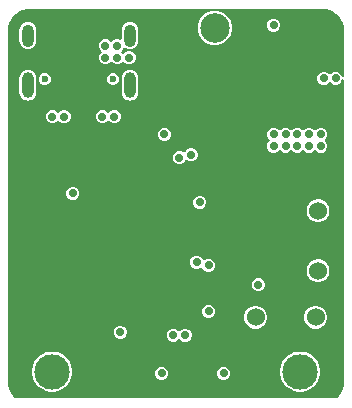
<source format=gbr>
%TF.GenerationSoftware,Altium Limited,Altium Designer,22.7.1 (60)*%
G04 Layer_Physical_Order=2*
G04 Layer_Color=36540*
%FSLAX45Y45*%
%MOMM*%
%TF.SameCoordinates,889419F2-2602-4259-AB3C-8922443444C0*%
%TF.FilePolarity,Positive*%
%TF.FileFunction,Copper,L2,Inr,Signal*%
%TF.Part,Single*%
G01*
G75*
%TA.AperFunction,ComponentPad*%
%ADD46C,0.60000*%
%ADD47O,1.00000X2.20000*%
%ADD48O,1.00000X1.90000*%
%TA.AperFunction,WasherPad*%
%ADD49C,3.00000*%
%TA.AperFunction,ComponentPad*%
%ADD50C,1.52400*%
%ADD51C,2.50000*%
%TA.AperFunction,ViaPad*%
%ADD52C,0.70000*%
G36*
X2749416Y3862903D02*
X2780247Y3850132D01*
X2807995Y3831592D01*
X2831592Y3807994D01*
X2850132Y3780248D01*
X2862903Y3749416D01*
X2869414Y3716685D01*
Y3700000D01*
Y3297300D01*
X2857257Y3295988D01*
X2848884Y3316202D01*
X2833412Y3331674D01*
X2813198Y3340047D01*
X2791318D01*
X2771103Y3331674D01*
X2760554Y3321125D01*
X2752258Y3317626D01*
X2743961Y3321125D01*
X2733413Y3331674D01*
X2713198Y3340047D01*
X2691318D01*
X2671103Y3331674D01*
X2655631Y3316202D01*
X2647258Y3295987D01*
Y3274107D01*
X2655631Y3253892D01*
X2671103Y3238421D01*
X2691318Y3230047D01*
X2713198D01*
X2733413Y3238421D01*
X2743961Y3248969D01*
X2752258Y3252469D01*
X2760554Y3248969D01*
X2771103Y3238421D01*
X2791318Y3230047D01*
X2813198D01*
X2833412Y3238421D01*
X2848884Y3253892D01*
X2857257Y3274107D01*
X2869414Y3272794D01*
Y700000D01*
Y683314D01*
X2862903Y650584D01*
X2850132Y619753D01*
X2831592Y592005D01*
X2814587Y575000D01*
X85413D01*
X68408Y592005D01*
X49868Y619752D01*
X37097Y650584D01*
X30586Y683314D01*
Y700000D01*
Y3700000D01*
Y3716686D01*
X37097Y3749416D01*
X49868Y3780247D01*
X68408Y3807995D01*
X92005Y3831592D01*
X119752Y3850132D01*
X150584Y3862903D01*
X183314Y3869414D01*
X2716685D01*
X2749416Y3862903D01*
D02*
G37*
%LPC*%
G36*
X2288198Y3790047D02*
X2266318D01*
X2246103Y3781674D01*
X2230631Y3766202D01*
X2222258Y3745987D01*
Y3724107D01*
X2230631Y3703893D01*
X2246103Y3688421D01*
X2266318Y3680048D01*
X2288198D01*
X2308412Y3688421D01*
X2323884Y3703893D01*
X2332257Y3724107D01*
Y3745987D01*
X2323884Y3766202D01*
X2308412Y3781674D01*
X2288198Y3790047D01*
D02*
G37*
G36*
X1059758Y3760651D02*
X1041484Y3758245D01*
X1024456Y3751192D01*
X1009833Y3739972D01*
X998613Y3725349D01*
X991560Y3708321D01*
X989154Y3690047D01*
Y3617526D01*
X976453Y3609556D01*
X963198Y3615047D01*
X941318D01*
X921103Y3606674D01*
X910554Y3596125D01*
X902258Y3592626D01*
X893961Y3596125D01*
X883413Y3606674D01*
X863198Y3615047D01*
X841318D01*
X821103Y3606674D01*
X805631Y3591202D01*
X797258Y3570987D01*
Y3549107D01*
X805631Y3528892D01*
X816179Y3518344D01*
X819679Y3510047D01*
X816179Y3501751D01*
X805631Y3491202D01*
X797258Y3470987D01*
Y3449107D01*
X805631Y3428893D01*
X821103Y3413421D01*
X841318Y3405048D01*
X863198D01*
X883413Y3413421D01*
X893961Y3423969D01*
X902258Y3427469D01*
X910554Y3423969D01*
X921103Y3413421D01*
X941318Y3405048D01*
X963198D01*
X983413Y3413421D01*
X993961Y3423969D01*
X1002258Y3427469D01*
X1010554Y3423969D01*
X1021103Y3413421D01*
X1041318Y3405048D01*
X1063198D01*
X1083413Y3413421D01*
X1098884Y3428893D01*
X1107258Y3449107D01*
Y3470987D01*
X1098884Y3491202D01*
X1083413Y3506674D01*
X1063198Y3515047D01*
X1041318D01*
X1021103Y3506674D01*
X1010554Y3496126D01*
X1002258Y3492626D01*
X993961Y3496126D01*
X988336Y3501751D01*
X984836Y3510047D01*
X988336Y3518344D01*
X998884Y3528892D01*
X1003166Y3539230D01*
X1018629Y3543374D01*
X1024456Y3538903D01*
X1041484Y3531849D01*
X1059758Y3529444D01*
X1078031Y3531849D01*
X1095060Y3538903D01*
X1109682Y3550123D01*
X1120902Y3564745D01*
X1127956Y3581774D01*
X1130361Y3600047D01*
Y3690047D01*
X1127956Y3708321D01*
X1120902Y3725349D01*
X1109682Y3739972D01*
X1095060Y3751192D01*
X1078031Y3758245D01*
X1059758Y3760651D01*
D02*
G37*
G36*
X1796347Y3855047D02*
X1758168D01*
X1721290Y3845166D01*
X1688225Y3826076D01*
X1661229Y3799080D01*
X1642139Y3766015D01*
X1632258Y3729137D01*
Y3690958D01*
X1642139Y3654080D01*
X1661229Y3621015D01*
X1688225Y3594018D01*
X1721290Y3574929D01*
X1758168Y3565047D01*
X1796347D01*
X1833225Y3574929D01*
X1866290Y3594018D01*
X1893287Y3621015D01*
X1912376Y3654080D01*
X1922258Y3690958D01*
Y3729137D01*
X1912376Y3766015D01*
X1893287Y3799080D01*
X1866290Y3826076D01*
X1833225Y3845166D01*
X1796347Y3855047D01*
D02*
G37*
G36*
X194758Y3760651D02*
X176484Y3758245D01*
X159456Y3751192D01*
X144833Y3739972D01*
X133613Y3725349D01*
X126560Y3708321D01*
X124154Y3690047D01*
Y3600047D01*
X126560Y3581774D01*
X133613Y3564745D01*
X144833Y3550123D01*
X159456Y3538903D01*
X176484Y3531849D01*
X194758Y3529444D01*
X213031Y3531849D01*
X230059Y3538903D01*
X244682Y3550123D01*
X255902Y3564745D01*
X262956Y3581774D01*
X265361Y3600047D01*
Y3690047D01*
X262956Y3708321D01*
X255902Y3725349D01*
X244682Y3739972D01*
X230059Y3751192D01*
X213031Y3758245D01*
X194758Y3760651D01*
D02*
G37*
G36*
X927203Y3325047D02*
X907312D01*
X888935Y3317435D01*
X874869Y3303370D01*
X867258Y3284993D01*
Y3265102D01*
X874869Y3246725D01*
X888935Y3232659D01*
X907312Y3225047D01*
X927203D01*
X945580Y3232659D01*
X959646Y3246725D01*
X967257Y3265102D01*
Y3284993D01*
X959646Y3303370D01*
X945580Y3317435D01*
X927203Y3325047D01*
D02*
G37*
G36*
X347203D02*
X327312D01*
X308935Y3317435D01*
X294870Y3303370D01*
X287258Y3284993D01*
Y3265102D01*
X294870Y3246725D01*
X308935Y3232659D01*
X327312Y3225047D01*
X347203D01*
X365580Y3232659D01*
X379646Y3246725D01*
X387258Y3265102D01*
Y3284993D01*
X379646Y3303370D01*
X365580Y3317435D01*
X347203Y3325047D01*
D02*
G37*
G36*
X1059758Y3355651D02*
X1041484Y3353246D01*
X1024456Y3346192D01*
X1009833Y3334972D01*
X998613Y3320349D01*
X991560Y3303321D01*
X989154Y3285048D01*
Y3165047D01*
X991560Y3146774D01*
X998613Y3129745D01*
X1009833Y3115123D01*
X1024456Y3103903D01*
X1041484Y3096849D01*
X1059758Y3094443D01*
X1078031Y3096849D01*
X1095060Y3103903D01*
X1109682Y3115123D01*
X1120902Y3129745D01*
X1127956Y3146774D01*
X1130361Y3165047D01*
Y3285048D01*
X1127956Y3303321D01*
X1120902Y3320349D01*
X1109682Y3334972D01*
X1095060Y3346192D01*
X1078031Y3353246D01*
X1059758Y3355651D01*
D02*
G37*
G36*
X194758D02*
X176484Y3353246D01*
X159456Y3346192D01*
X144833Y3334972D01*
X133613Y3320349D01*
X126560Y3303321D01*
X124154Y3285048D01*
Y3165047D01*
X126560Y3146774D01*
X133613Y3129745D01*
X144833Y3115123D01*
X159456Y3103903D01*
X176484Y3096849D01*
X194758Y3094443D01*
X213031Y3096849D01*
X230059Y3103903D01*
X244682Y3115123D01*
X255902Y3129745D01*
X262956Y3146774D01*
X265361Y3165047D01*
Y3285048D01*
X262956Y3303321D01*
X255902Y3320349D01*
X244682Y3334972D01*
X230059Y3346192D01*
X213031Y3353246D01*
X194758Y3355651D01*
D02*
G37*
G36*
X938198Y3015047D02*
X916318D01*
X896103Y3006674D01*
X885554Y2996126D01*
X877258Y2992626D01*
X868961Y2996126D01*
X858413Y3006674D01*
X838198Y3015047D01*
X816318D01*
X796103Y3006674D01*
X780631Y2991202D01*
X772258Y2970987D01*
Y2949107D01*
X780631Y2928893D01*
X796103Y2913421D01*
X816318Y2905048D01*
X838198D01*
X858413Y2913421D01*
X868961Y2923969D01*
X877258Y2927469D01*
X885554Y2923969D01*
X896103Y2913421D01*
X916318Y2905048D01*
X938198D01*
X958413Y2913421D01*
X973884Y2928893D01*
X982258Y2949107D01*
Y2970987D01*
X973884Y2991202D01*
X958413Y3006674D01*
X938198Y3015047D01*
D02*
G37*
G36*
X513198D02*
X491318D01*
X471103Y3006674D01*
X460554Y2996126D01*
X452258Y2992626D01*
X443961Y2996126D01*
X433413Y3006674D01*
X413198Y3015047D01*
X391318D01*
X371103Y3006674D01*
X355631Y2991202D01*
X347258Y2970987D01*
Y2949107D01*
X355631Y2928893D01*
X371103Y2913421D01*
X391318Y2905048D01*
X413198D01*
X433413Y2913421D01*
X443961Y2923969D01*
X452258Y2927469D01*
X460554Y2923969D01*
X471103Y2913421D01*
X491318Y2905048D01*
X513198D01*
X533412Y2913421D01*
X548884Y2928893D01*
X557257Y2949107D01*
Y2970987D01*
X548884Y2991202D01*
X533412Y3006674D01*
X513198Y3015047D01*
D02*
G37*
G36*
X2688198Y2865047D02*
X2666318D01*
X2646103Y2856674D01*
X2635554Y2846125D01*
X2627258Y2842626D01*
X2618961Y2846125D01*
X2608413Y2856674D01*
X2588198Y2865047D01*
X2566318D01*
X2546103Y2856674D01*
X2535554Y2846125D01*
X2527258Y2842626D01*
X2518961Y2846125D01*
X2508413Y2856674D01*
X2488198Y2865047D01*
X2466318D01*
X2446103Y2856674D01*
X2435554Y2846125D01*
X2427258Y2842626D01*
X2418961Y2846125D01*
X2408413Y2856674D01*
X2388198Y2865047D01*
X2366318D01*
X2346103Y2856674D01*
X2335554Y2846125D01*
X2327257Y2842626D01*
X2318961Y2846125D01*
X2308412Y2856674D01*
X2288198Y2865047D01*
X2266318D01*
X2246103Y2856674D01*
X2230631Y2841202D01*
X2222258Y2820987D01*
Y2799107D01*
X2230631Y2778892D01*
X2241179Y2768344D01*
X2244679Y2760047D01*
X2241179Y2751751D01*
X2230631Y2741202D01*
X2222258Y2720987D01*
Y2699107D01*
X2230631Y2678893D01*
X2246103Y2663421D01*
X2266318Y2655048D01*
X2288198D01*
X2308412Y2663421D01*
X2318961Y2673969D01*
X2327258Y2677469D01*
X2335554Y2673969D01*
X2346103Y2663421D01*
X2366318Y2655048D01*
X2388198D01*
X2408413Y2663421D01*
X2418961Y2673969D01*
X2427258Y2677469D01*
X2435554Y2673969D01*
X2446103Y2663421D01*
X2466318Y2655048D01*
X2488198D01*
X2508413Y2663421D01*
X2518961Y2673969D01*
X2527258Y2677469D01*
X2535554Y2673969D01*
X2546103Y2663421D01*
X2566318Y2655048D01*
X2588198D01*
X2608413Y2663421D01*
X2618961Y2673969D01*
X2627258Y2677469D01*
X2635554Y2673969D01*
X2646103Y2663421D01*
X2666318Y2655048D01*
X2688198D01*
X2708412Y2663421D01*
X2723884Y2678893D01*
X2732257Y2699107D01*
Y2720987D01*
X2723884Y2741202D01*
X2713336Y2751751D01*
X2709836Y2760047D01*
X2713336Y2768344D01*
X2723884Y2778892D01*
X2732257Y2799107D01*
Y2820987D01*
X2723884Y2841202D01*
X2708412Y2856674D01*
X2688198Y2865047D01*
D02*
G37*
G36*
X1363198D02*
X1341318D01*
X1321103Y2856674D01*
X1305631Y2841202D01*
X1297258Y2820987D01*
Y2799107D01*
X1305631Y2778892D01*
X1321103Y2763421D01*
X1341318Y2755047D01*
X1363198D01*
X1383413Y2763421D01*
X1398884Y2778892D01*
X1407258Y2799107D01*
Y2820987D01*
X1398884Y2841202D01*
X1383413Y2856674D01*
X1363198Y2865047D01*
D02*
G37*
G36*
X1588198Y2690047D02*
X1566318D01*
X1546103Y2681674D01*
X1530631Y2666202D01*
X1526593Y2656454D01*
X1511612Y2653474D01*
X1508413Y2656674D01*
X1488198Y2665047D01*
X1466318D01*
X1446103Y2656674D01*
X1430631Y2641202D01*
X1422258Y2620987D01*
Y2599107D01*
X1430631Y2578892D01*
X1446103Y2563421D01*
X1466318Y2555047D01*
X1488198D01*
X1508413Y2563421D01*
X1523884Y2578892D01*
X1527922Y2588641D01*
X1542903Y2591621D01*
X1546103Y2588421D01*
X1566318Y2580047D01*
X1588198D01*
X1608413Y2588421D01*
X1623884Y2603892D01*
X1632258Y2624107D01*
Y2645987D01*
X1623884Y2666202D01*
X1608413Y2681674D01*
X1588198Y2690047D01*
D02*
G37*
G36*
X588198Y2365047D02*
X566318D01*
X546103Y2356674D01*
X530631Y2341202D01*
X522258Y2320987D01*
Y2299107D01*
X530631Y2278893D01*
X546103Y2263421D01*
X566318Y2255048D01*
X588198D01*
X608413Y2263421D01*
X623884Y2278893D01*
X632258Y2299107D01*
Y2320987D01*
X623884Y2341202D01*
X608413Y2356674D01*
X588198Y2365047D01*
D02*
G37*
G36*
X1663198Y2290047D02*
X1641318D01*
X1621103Y2281674D01*
X1605631Y2266202D01*
X1597258Y2245987D01*
Y2224107D01*
X1605631Y2203892D01*
X1621103Y2188421D01*
X1641318Y2180047D01*
X1663198D01*
X1683412Y2188421D01*
X1698884Y2203892D01*
X1707257Y2224107D01*
Y2245987D01*
X1698884Y2266202D01*
X1683412Y2281674D01*
X1663198Y2290047D01*
D02*
G37*
G36*
X2664923Y2260247D02*
X2639593D01*
X2615126Y2253691D01*
X2593189Y2241026D01*
X2575279Y2223115D01*
X2562614Y2201179D01*
X2556058Y2176712D01*
Y2151382D01*
X2562614Y2126915D01*
X2575279Y2104979D01*
X2593189Y2087068D01*
X2615126Y2074403D01*
X2639593Y2067847D01*
X2664923D01*
X2689389Y2074403D01*
X2711326Y2087068D01*
X2729237Y2104979D01*
X2741902Y2126915D01*
X2748458Y2151382D01*
Y2176712D01*
X2741902Y2201179D01*
X2729237Y2223115D01*
X2711326Y2241026D01*
X2689389Y2253691D01*
X2664923Y2260247D01*
D02*
G37*
G36*
X1635940Y1782547D02*
X1614060D01*
X1593845Y1774174D01*
X1578374Y1758702D01*
X1570000Y1738488D01*
Y1716607D01*
X1578374Y1696393D01*
X1593845Y1680921D01*
X1614060Y1672548D01*
X1635940D01*
X1656155Y1680921D01*
X1658609Y1683375D01*
X1673589Y1680395D01*
X1678374Y1668845D01*
X1693845Y1653373D01*
X1714060Y1645000D01*
X1735940D01*
X1756155Y1653373D01*
X1771627Y1668845D01*
X1780000Y1689060D01*
Y1710940D01*
X1771627Y1731155D01*
X1756155Y1746626D01*
X1735940Y1755000D01*
X1714060D01*
X1693845Y1746626D01*
X1691392Y1744173D01*
X1676411Y1747153D01*
X1671627Y1758702D01*
X1656155Y1774174D01*
X1635940Y1782547D01*
D02*
G37*
G36*
X2664923Y1752247D02*
X2639593D01*
X2615126Y1745691D01*
X2593189Y1733026D01*
X2575279Y1715115D01*
X2562614Y1693179D01*
X2556058Y1668712D01*
Y1643382D01*
X2562614Y1618915D01*
X2575279Y1596979D01*
X2593189Y1579068D01*
X2615126Y1566403D01*
X2639593Y1559847D01*
X2664923D01*
X2689389Y1566403D01*
X2711326Y1579068D01*
X2729237Y1596979D01*
X2741902Y1618915D01*
X2748458Y1643382D01*
Y1668712D01*
X2741902Y1693179D01*
X2729237Y1715115D01*
X2711326Y1733026D01*
X2689389Y1745691D01*
X2664923Y1752247D01*
D02*
G37*
G36*
X2157798Y1590047D02*
X2135917D01*
X2115703Y1581674D01*
X2100231Y1566202D01*
X2091858Y1545987D01*
Y1524107D01*
X2100231Y1503892D01*
X2115703Y1488421D01*
X2135917Y1480047D01*
X2157798D01*
X2178012Y1488421D01*
X2193484Y1503892D01*
X2201857Y1524107D01*
Y1545987D01*
X2193484Y1566202D01*
X2178012Y1581674D01*
X2157798Y1590047D01*
D02*
G37*
G36*
X1738198Y1365047D02*
X1716318D01*
X1696103Y1356674D01*
X1680631Y1341202D01*
X1672258Y1320987D01*
Y1299107D01*
X1680631Y1278893D01*
X1696103Y1263421D01*
X1716318Y1255048D01*
X1738198D01*
X1758413Y1263421D01*
X1773884Y1278893D01*
X1782258Y1299107D01*
Y1320987D01*
X1773884Y1341202D01*
X1758413Y1356674D01*
X1738198Y1365047D01*
D02*
G37*
G36*
X2643923Y1356247D02*
X2618593D01*
X2594126Y1349691D01*
X2572189Y1337026D01*
X2554279Y1319115D01*
X2541614Y1297179D01*
X2535058Y1272712D01*
Y1247382D01*
X2541614Y1222916D01*
X2554279Y1200979D01*
X2572189Y1183068D01*
X2594126Y1170403D01*
X2618593Y1163847D01*
X2643923D01*
X2668389Y1170403D01*
X2690326Y1183068D01*
X2708237Y1200979D01*
X2720902Y1222916D01*
X2727458Y1247382D01*
Y1272712D01*
X2720902Y1297179D01*
X2708237Y1319115D01*
X2690326Y1337026D01*
X2668389Y1349691D01*
X2643923Y1356247D01*
D02*
G37*
G36*
X2135923D02*
X2110593D01*
X2086126Y1349691D01*
X2064189Y1337026D01*
X2046279Y1319115D01*
X2033614Y1297179D01*
X2027058Y1272712D01*
Y1247382D01*
X2033614Y1222916D01*
X2046279Y1200979D01*
X2064189Y1183068D01*
X2086126Y1170403D01*
X2110593Y1163847D01*
X2135923D01*
X2160389Y1170403D01*
X2182326Y1183068D01*
X2200237Y1200979D01*
X2212902Y1222916D01*
X2219458Y1247382D01*
Y1272712D01*
X2212902Y1297179D01*
X2200237Y1319115D01*
X2182326Y1337026D01*
X2160389Y1349691D01*
X2135923Y1356247D01*
D02*
G37*
G36*
X1538198Y1165047D02*
X1516318D01*
X1496103Y1156674D01*
X1485554Y1146125D01*
X1477258Y1142626D01*
X1468961Y1146125D01*
X1458413Y1156674D01*
X1438198Y1165047D01*
X1416318D01*
X1396103Y1156674D01*
X1380631Y1141202D01*
X1372258Y1120987D01*
Y1099107D01*
X1380631Y1078892D01*
X1396103Y1063421D01*
X1416318Y1055047D01*
X1438198D01*
X1458413Y1063421D01*
X1468961Y1073969D01*
X1477258Y1077469D01*
X1485554Y1073969D01*
X1496103Y1063421D01*
X1516318Y1055047D01*
X1538198D01*
X1558412Y1063421D01*
X1573884Y1078892D01*
X1582257Y1099107D01*
Y1120987D01*
X1573884Y1141202D01*
X1558412Y1156674D01*
X1538198Y1165047D01*
D02*
G37*
G36*
X988198Y1190047D02*
X966318D01*
X946103Y1181674D01*
X930631Y1166202D01*
X922258Y1145987D01*
Y1124107D01*
X930631Y1103892D01*
X946103Y1088421D01*
X966318Y1080047D01*
X988198D01*
X1008413Y1088421D01*
X1023884Y1103892D01*
X1032258Y1124107D01*
Y1145987D01*
X1023884Y1166202D01*
X1008413Y1181674D01*
X988198Y1190047D01*
D02*
G37*
G36*
X1863198Y840047D02*
X1841318D01*
X1821103Y831674D01*
X1805631Y816202D01*
X1797258Y795987D01*
Y774107D01*
X1805631Y753893D01*
X1821103Y738421D01*
X1841318Y730048D01*
X1863198D01*
X1883413Y738421D01*
X1898884Y753893D01*
X1907258Y774107D01*
Y795987D01*
X1898884Y816202D01*
X1883413Y831674D01*
X1863198Y840047D01*
D02*
G37*
G36*
X1338198D02*
X1316318D01*
X1296103Y831674D01*
X1280631Y816202D01*
X1272258Y795987D01*
Y774107D01*
X1280631Y753893D01*
X1296103Y738421D01*
X1316318Y730048D01*
X1338198D01*
X1358413Y738421D01*
X1373884Y753893D01*
X1382258Y774107D01*
Y795987D01*
X1373884Y816202D01*
X1358413Y831674D01*
X1338198Y840047D01*
D02*
G37*
G36*
X2516744Y970000D02*
X2483257D01*
X2450413Y963467D01*
X2419475Y950652D01*
X2391631Y932047D01*
X2367953Y908369D01*
X2349348Y880525D01*
X2336533Y849587D01*
X2330000Y816743D01*
Y783256D01*
X2336533Y750413D01*
X2349348Y719475D01*
X2367953Y691631D01*
X2391631Y667952D01*
X2419475Y649348D01*
X2450413Y636533D01*
X2483257Y630000D01*
X2516744D01*
X2549587Y636533D01*
X2580525Y649348D01*
X2608369Y667952D01*
X2632048Y691631D01*
X2650652Y719475D01*
X2663467Y750413D01*
X2670000Y783256D01*
Y816743D01*
X2663467Y849587D01*
X2650652Y880525D01*
X2632048Y908369D01*
X2608369Y932047D01*
X2580525Y950652D01*
X2549587Y963467D01*
X2516744Y970000D01*
D02*
G37*
G36*
X416743D02*
X383257D01*
X350413Y963467D01*
X319475Y950652D01*
X291631Y932047D01*
X267952Y908369D01*
X249348Y880525D01*
X236533Y849587D01*
X230000Y816743D01*
Y783256D01*
X236533Y750413D01*
X249348Y719475D01*
X267952Y691631D01*
X291631Y667952D01*
X319475Y649348D01*
X350413Y636533D01*
X383257Y630000D01*
X416743D01*
X449587Y636533D01*
X480525Y649348D01*
X508369Y667952D01*
X532047Y691631D01*
X550652Y719475D01*
X563467Y750413D01*
X570000Y783256D01*
Y816743D01*
X563467Y849587D01*
X550652Y880525D01*
X532047Y908369D01*
X508369Y932047D01*
X480525Y950652D01*
X449587Y963467D01*
X416743Y970000D01*
D02*
G37*
%LPD*%
D46*
X337258Y3275047D02*
D03*
X917258D02*
D03*
D47*
X1059758Y3225047D02*
D03*
X194758D02*
D03*
D48*
Y3645047D02*
D03*
X1059758D02*
D03*
D49*
X400000Y800000D02*
D03*
X2500000D02*
D03*
D50*
X2631258Y1260047D02*
D03*
X2377258D02*
D03*
X2123258D02*
D03*
X2652258Y2164047D02*
D03*
Y1910047D02*
D03*
Y1656047D02*
D03*
D51*
X1427258Y3710047D02*
D03*
X1777258D02*
D03*
D52*
X2800000Y1450000D02*
D03*
X1684746Y2858152D02*
D03*
X1074228Y2738144D02*
D03*
X1019875Y2491467D02*
D03*
X650000Y3650000D02*
D03*
X500000D02*
D03*
X350000D02*
D03*
X400000Y2250000D02*
D03*
Y2100000D02*
D03*
X250000Y2050000D02*
D03*
Y2200000D02*
D03*
Y2350000D02*
D03*
X2550000Y1100000D02*
D03*
X2400000D02*
D03*
X2250000D02*
D03*
X2100000Y950000D02*
D03*
X2250000D02*
D03*
Y800000D02*
D03*
X2100000D02*
D03*
X100000Y2550000D02*
D03*
Y2400000D02*
D03*
Y2250000D02*
D03*
Y2100000D02*
D03*
Y1950000D02*
D03*
Y1800000D02*
D03*
Y1650000D02*
D03*
Y1500000D02*
D03*
Y1350000D02*
D03*
Y1200000D02*
D03*
Y1050000D02*
D03*
X177502Y631797D02*
D03*
X100000Y750000D02*
D03*
Y900000D02*
D03*
X700000D02*
D03*
X650000Y750000D02*
D03*
X1200000Y650000D02*
D03*
X1350000D02*
D03*
X1500000D02*
D03*
X1650000D02*
D03*
X1800000D02*
D03*
X1950000D02*
D03*
X2100000D02*
D03*
X2250000D02*
D03*
X2800000Y700000D02*
D03*
Y850000D02*
D03*
Y1000000D02*
D03*
X1250000Y3800000D02*
D03*
X950000D02*
D03*
X800000D02*
D03*
X650000D02*
D03*
X500000D02*
D03*
X350000D02*
D03*
X725000Y1900000D02*
D03*
X850000D02*
D03*
Y1800000D02*
D03*
X770000Y610000D02*
D03*
X2827258Y2510047D02*
D03*
X450000Y2850000D02*
D03*
Y2400000D02*
D03*
X177258Y2860047D02*
D03*
Y2960047D02*
D03*
X1727258Y1310047D02*
D03*
X1602258Y785047D02*
D03*
X1727258D02*
D03*
X1888869Y1994439D02*
D03*
X1725000Y1700000D02*
D03*
X1727258Y1585047D02*
D03*
X877258Y1135047D02*
D03*
X777258Y1035047D02*
D03*
X1477258Y785047D02*
D03*
X2146858Y1635447D02*
D03*
X1927258Y1410047D02*
D03*
X1625000Y1727547D02*
D03*
X1815653Y1943528D02*
D03*
X1652258Y2235047D02*
D03*
X1727258Y2535047D02*
D03*
X1427258Y1110047D02*
D03*
X1527258D02*
D03*
X2252258Y2535047D02*
D03*
X2177258Y3285047D02*
D03*
X1577258Y2635047D02*
D03*
X977258Y1135047D02*
D03*
X1427258Y1010047D02*
D03*
X1852258Y785047D02*
D03*
X427258Y1410047D02*
D03*
X277258Y2960047D02*
D03*
X227258Y1910047D02*
D03*
Y1710047D02*
D03*
Y1810047D02*
D03*
X827258Y2960047D02*
D03*
X1127258D02*
D03*
X927258D02*
D03*
X502258D02*
D03*
X402258D02*
D03*
X1027658D02*
D03*
X527258Y1410047D02*
D03*
X627258D02*
D03*
X1367258Y1485047D02*
D03*
X1242258D02*
D03*
X1492258D02*
D03*
Y1360047D02*
D03*
X1367258D02*
D03*
X1242258D02*
D03*
Y1610047D02*
D03*
X1367258D02*
D03*
X1492258D02*
D03*
X227258Y1410047D02*
D03*
Y1510047D02*
D03*
Y1610047D02*
D03*
X327258Y1410047D02*
D03*
X1759758Y3420047D02*
D03*
Y3300048D02*
D03*
X1669758D02*
D03*
Y3420047D02*
D03*
X2702258Y3285047D02*
D03*
X2602258Y3262947D02*
D03*
X1212093Y3203863D02*
D03*
X2677258Y2810047D02*
D03*
X2727258Y2410047D02*
D03*
X2677258Y2710047D02*
D03*
X2252258Y2435047D02*
D03*
X2477258Y2710047D02*
D03*
X2577258Y2810047D02*
D03*
X2477258D02*
D03*
X2377258D02*
D03*
Y2710047D02*
D03*
X2577258D02*
D03*
X2727258Y2510047D02*
D03*
X2827258Y2410047D02*
D03*
X1227258Y3585047D02*
D03*
X952258Y3560047D02*
D03*
Y3460047D02*
D03*
X1052258D02*
D03*
X2802258Y3285047D02*
D03*
X2466557Y3435047D02*
D03*
X752258Y1360047D02*
D03*
X630028Y1944480D02*
D03*
X777258Y2310047D02*
D03*
X577258D02*
D03*
X430028Y1944480D02*
D03*
X330028D02*
D03*
X530028D02*
D03*
X354604Y2632701D02*
D03*
X1127258Y2860047D02*
D03*
X277258D02*
D03*
X1352258Y2810047D02*
D03*
X2277258Y2710047D02*
D03*
Y2810047D02*
D03*
X1477258Y2610047D02*
D03*
X1027258Y2860047D02*
D03*
X999911Y2632701D02*
D03*
X2252258Y2335047D02*
D03*
X2146858Y1535047D02*
D03*
X2777258Y3660047D02*
D03*
X1980449Y3735503D02*
D03*
X2277258Y3735047D02*
D03*
X852258Y3560047D02*
D03*
Y3460047D02*
D03*
X752258Y1235047D02*
D03*
X1327258Y785047D02*
D03*
X1102258D02*
D03*
%TF.MD5,24e507d979688a92c8d12502019ea990*%
M02*

</source>
